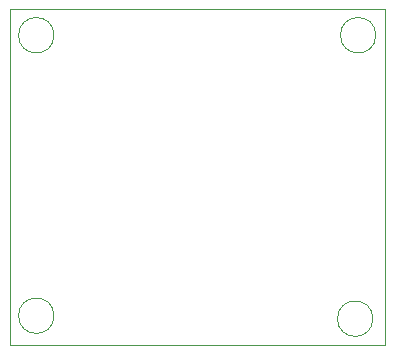
<source format=gbr>
%TF.GenerationSoftware,KiCad,Pcbnew,9.0.7*%
%TF.CreationDate,2026-01-30T20:24:23+05:30*%
%TF.ProjectId,Servo motor tester,53657276-6f20-46d6-9f74-6f7220746573,rev?*%
%TF.SameCoordinates,Original*%
%TF.FileFunction,Profile,NP*%
%FSLAX46Y46*%
G04 Gerber Fmt 4.6, Leading zero omitted, Abs format (unit mm)*
G04 Created by KiCad (PCBNEW 9.0.7) date 2026-01-30 20:24:23*
%MOMM*%
%LPD*%
G01*
G04 APERTURE LIST*
%TA.AperFunction,Profile*%
%ADD10C,0.050000*%
%TD*%
G04 APERTURE END LIST*
D10*
X113000000Y-90250000D02*
G75*
G02*
X110000000Y-90250000I-1500000J0D01*
G01*
X110000000Y-90250000D02*
G75*
G02*
X113000000Y-90250000I1500000J0D01*
G01*
X140000000Y-90500000D02*
G75*
G02*
X137000000Y-90500000I-1500000J0D01*
G01*
X137000000Y-90500000D02*
G75*
G02*
X140000000Y-90500000I1500000J0D01*
G01*
X140250000Y-66500000D02*
G75*
G02*
X137250000Y-66500000I-1500000J0D01*
G01*
X137250000Y-66500000D02*
G75*
G02*
X140250000Y-66500000I1500000J0D01*
G01*
X113000000Y-66500000D02*
G75*
G02*
X110000000Y-66500000I-1500000J0D01*
G01*
X110000000Y-66500000D02*
G75*
G02*
X113000000Y-66500000I1500000J0D01*
G01*
X109250000Y-64250000D02*
X141000000Y-64250000D01*
X141000000Y-92750000D01*
X109250000Y-92750000D01*
X109250000Y-64250000D01*
M02*

</source>
